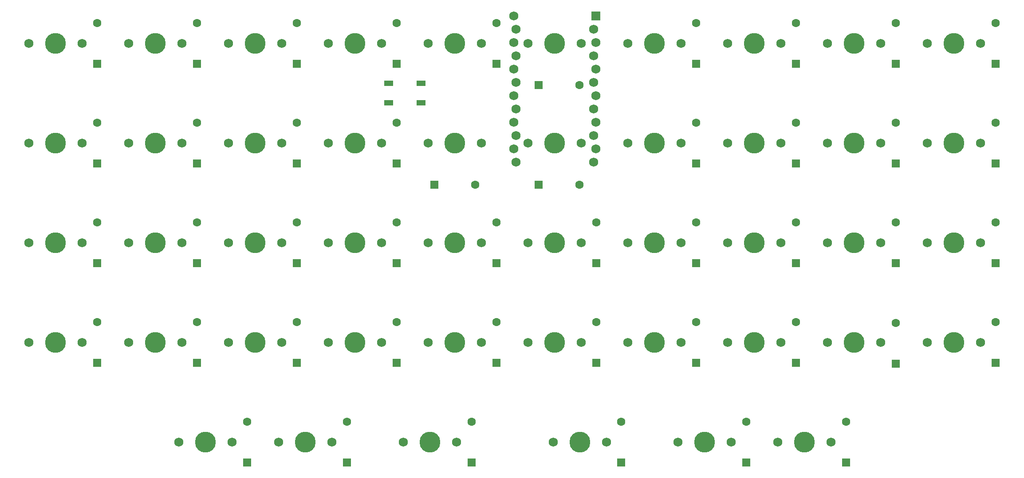
<source format=gts>
%TF.GenerationSoftware,KiCad,Pcbnew,(5.1.12)-1*%
%TF.CreationDate,2021-12-31T17:23:32-05:00*%
%TF.ProjectId,my-keeb-pro-micro,6d792d6b-6565-4622-9d70-726f2d6d6963,rev?*%
%TF.SameCoordinates,Original*%
%TF.FileFunction,Soldermask,Top*%
%TF.FilePolarity,Negative*%
%FSLAX46Y46*%
G04 Gerber Fmt 4.6, Leading zero omitted, Abs format (unit mm)*
G04 Created by KiCad (PCBNEW (5.1.12)-1) date 2021-12-31 17:23:32*
%MOMM*%
%LPD*%
G01*
G04 APERTURE LIST*
%ADD10C,3.987800*%
%ADD11C,1.750000*%
%ADD12R,1.752600X1.752600*%
%ADD13C,1.752600*%
%ADD14R,1.800000X1.100000*%
%ADD15R,1.600000X1.600000*%
%ADD16C,1.600000*%
G04 APERTURE END LIST*
D10*
%TO.C,MX25*%
X117475000Y-41275000D03*
D11*
X112395000Y-41275000D03*
X122555000Y-41275000D03*
%TD*%
D10*
%TO.C,MX28*%
X122237500Y-98425000D03*
D11*
X117157500Y-98425000D03*
X127317500Y-98425000D03*
%TD*%
D12*
%TO.C,U1*%
X125323600Y-16986250D03*
D13*
X124866400Y-19526250D03*
X125323600Y-22066250D03*
X124866400Y-24606250D03*
X125323600Y-27146250D03*
X124866400Y-29686250D03*
X125323600Y-32226250D03*
X124866400Y-34766250D03*
X125323600Y-37306250D03*
X124866400Y-39846250D03*
X125323600Y-42386250D03*
X110083600Y-44926250D03*
X109626400Y-42386250D03*
X110083600Y-39846250D03*
X109626400Y-37306250D03*
X110083600Y-34766250D03*
X109626400Y-32226250D03*
X110083600Y-29686250D03*
X109626400Y-27146250D03*
X110083600Y-24606250D03*
X109626400Y-22066250D03*
X110083600Y-19526250D03*
X124866400Y-44926250D03*
X109626400Y-16986250D03*
%TD*%
D14*
%TO.C,SW1*%
X92000000Y-33600000D03*
X85800000Y-29900000D03*
X92000000Y-29900000D03*
X85800000Y-33600000D03*
%TD*%
D10*
%TO.C,MX46*%
X193675000Y-79375000D03*
D11*
X188595000Y-79375000D03*
X198755000Y-79375000D03*
%TD*%
D10*
%TO.C,MX45*%
X193675000Y-60325000D03*
D11*
X188595000Y-60325000D03*
X198755000Y-60325000D03*
%TD*%
D10*
%TO.C,MX44*%
X193675000Y-41275000D03*
D11*
X188595000Y-41275000D03*
X198755000Y-41275000D03*
%TD*%
D10*
%TO.C,MX43*%
X193675000Y-22225000D03*
D11*
X188595000Y-22225000D03*
X198755000Y-22225000D03*
%TD*%
D10*
%TO.C,MX42*%
X174625000Y-79375000D03*
D11*
X169545000Y-79375000D03*
X179705000Y-79375000D03*
%TD*%
D10*
%TO.C,MX41*%
X174625000Y-60325000D03*
D11*
X169545000Y-60325000D03*
X179705000Y-60325000D03*
%TD*%
D10*
%TO.C,MX40*%
X174625000Y-41275000D03*
D11*
X169545000Y-41275000D03*
X179705000Y-41275000D03*
%TD*%
D10*
%TO.C,MX39*%
X174625000Y-22225000D03*
D11*
X169545000Y-22225000D03*
X179705000Y-22225000D03*
%TD*%
D10*
%TO.C,MX38*%
X165100000Y-98425000D03*
D11*
X160020000Y-98425000D03*
X170180000Y-98425000D03*
%TD*%
D10*
%TO.C,MX37*%
X155575000Y-79375000D03*
D11*
X150495000Y-79375000D03*
X160655000Y-79375000D03*
%TD*%
D10*
%TO.C,MX36*%
X155575000Y-60325000D03*
D11*
X150495000Y-60325000D03*
X160655000Y-60325000D03*
%TD*%
D10*
%TO.C,MX35*%
X155575000Y-41275000D03*
D11*
X150495000Y-41275000D03*
X160655000Y-41275000D03*
%TD*%
D10*
%TO.C,MX34*%
X155575000Y-22225000D03*
D11*
X150495000Y-22225000D03*
X160655000Y-22225000D03*
%TD*%
D10*
%TO.C,MX33*%
X146050000Y-98425000D03*
D11*
X140970000Y-98425000D03*
X151130000Y-98425000D03*
%TD*%
D10*
%TO.C,MX32*%
X136525000Y-79375000D03*
D11*
X131445000Y-79375000D03*
X141605000Y-79375000D03*
%TD*%
D10*
%TO.C,MX31*%
X136525000Y-60325000D03*
D11*
X131445000Y-60325000D03*
X141605000Y-60325000D03*
%TD*%
D10*
%TO.C,MX30*%
X136525000Y-41275000D03*
D11*
X131445000Y-41275000D03*
X141605000Y-41275000D03*
%TD*%
D10*
%TO.C,MX29*%
X136525000Y-22225000D03*
D11*
X131445000Y-22225000D03*
X141605000Y-22225000D03*
%TD*%
D10*
%TO.C,MX27*%
X117475000Y-79375000D03*
D11*
X112395000Y-79375000D03*
X122555000Y-79375000D03*
%TD*%
D10*
%TO.C,MX26*%
X117475000Y-60325000D03*
D11*
X112395000Y-60325000D03*
X122555000Y-60325000D03*
%TD*%
D10*
%TO.C,MX24*%
X117475000Y-22225000D03*
D11*
X112395000Y-22225000D03*
X122555000Y-22225000D03*
%TD*%
D10*
%TO.C,MX23*%
X93662500Y-98425000D03*
D11*
X88582500Y-98425000D03*
X98742500Y-98425000D03*
%TD*%
D10*
%TO.C,MX22*%
X98425000Y-79375000D03*
D11*
X93345000Y-79375000D03*
X103505000Y-79375000D03*
%TD*%
D10*
%TO.C,MX21*%
X98425000Y-60325000D03*
D11*
X93345000Y-60325000D03*
X103505000Y-60325000D03*
%TD*%
D10*
%TO.C,MX20*%
X98425000Y-41275000D03*
D11*
X93345000Y-41275000D03*
X103505000Y-41275000D03*
%TD*%
D10*
%TO.C,MX19*%
X98425000Y-22225000D03*
D11*
X93345000Y-22225000D03*
X103505000Y-22225000D03*
%TD*%
D10*
%TO.C,MX18*%
X69850000Y-98425000D03*
D11*
X64770000Y-98425000D03*
X74930000Y-98425000D03*
%TD*%
D10*
%TO.C,MX17*%
X79375000Y-79375000D03*
D11*
X74295000Y-79375000D03*
X84455000Y-79375000D03*
%TD*%
D10*
%TO.C,MX16*%
X79375000Y-60325000D03*
D11*
X74295000Y-60325000D03*
X84455000Y-60325000D03*
%TD*%
D10*
%TO.C,MX15*%
X79375000Y-41275000D03*
D11*
X74295000Y-41275000D03*
X84455000Y-41275000D03*
%TD*%
D10*
%TO.C,MX14*%
X79375000Y-22225000D03*
D11*
X74295000Y-22225000D03*
X84455000Y-22225000D03*
%TD*%
D10*
%TO.C,MX13*%
X50800000Y-98425000D03*
D11*
X45720000Y-98425000D03*
X55880000Y-98425000D03*
%TD*%
D10*
%TO.C,MX12*%
X60325000Y-79375000D03*
D11*
X55245000Y-79375000D03*
X65405000Y-79375000D03*
%TD*%
D10*
%TO.C,MX11*%
X60325000Y-60325000D03*
D11*
X55245000Y-60325000D03*
X65405000Y-60325000D03*
%TD*%
D10*
%TO.C,MX10*%
X60325000Y-41275000D03*
D11*
X55245000Y-41275000D03*
X65405000Y-41275000D03*
%TD*%
D10*
%TO.C,MX9*%
X60325000Y-22225000D03*
D11*
X55245000Y-22225000D03*
X65405000Y-22225000D03*
%TD*%
D10*
%TO.C,MX8*%
X41275000Y-79375000D03*
D11*
X36195000Y-79375000D03*
X46355000Y-79375000D03*
%TD*%
D10*
%TO.C,MX7*%
X41275000Y-60325000D03*
D11*
X36195000Y-60325000D03*
X46355000Y-60325000D03*
%TD*%
D10*
%TO.C,MX6*%
X41275000Y-41275000D03*
D11*
X36195000Y-41275000D03*
X46355000Y-41275000D03*
%TD*%
D10*
%TO.C,MX5*%
X41275000Y-22225000D03*
D11*
X36195000Y-22225000D03*
X46355000Y-22225000D03*
%TD*%
D10*
%TO.C,MX4*%
X22225000Y-79375000D03*
D11*
X17145000Y-79375000D03*
X27305000Y-79375000D03*
%TD*%
D10*
%TO.C,MX3*%
X22225000Y-60325000D03*
D11*
X17145000Y-60325000D03*
X27305000Y-60325000D03*
%TD*%
D10*
%TO.C,MX2*%
X22225000Y-41275000D03*
D11*
X17145000Y-41275000D03*
X27305000Y-41275000D03*
%TD*%
D10*
%TO.C,MX1*%
X22225000Y-22225000D03*
D11*
X17145000Y-22225000D03*
X27305000Y-22225000D03*
%TD*%
D15*
%TO.C,D46*%
X201612500Y-83275000D03*
D16*
X201612500Y-75475000D03*
%TD*%
D15*
%TO.C,D45*%
X201612500Y-64225000D03*
D16*
X201612500Y-56425000D03*
%TD*%
D15*
%TO.C,D44*%
X201612500Y-45175000D03*
D16*
X201612500Y-37375000D03*
%TD*%
D15*
%TO.C,D43*%
X201612500Y-26125000D03*
D16*
X201612500Y-18325000D03*
%TD*%
D15*
%TO.C,D42*%
X182562500Y-83462500D03*
D16*
X182562500Y-75662500D03*
%TD*%
D15*
%TO.C,D41*%
X182562500Y-64225000D03*
D16*
X182562500Y-56425000D03*
%TD*%
D15*
%TO.C,D40*%
X182562500Y-45175000D03*
D16*
X182562500Y-37375000D03*
%TD*%
D15*
%TO.C,D39*%
X182562500Y-26125000D03*
D16*
X182562500Y-18325000D03*
%TD*%
D15*
%TO.C,D38*%
X173037500Y-102325000D03*
D16*
X173037500Y-94525000D03*
%TD*%
D15*
%TO.C,D37*%
X163512500Y-83275000D03*
D16*
X163512500Y-75475000D03*
%TD*%
D15*
%TO.C,D36*%
X163512500Y-64225000D03*
D16*
X163512500Y-56425000D03*
%TD*%
D15*
%TO.C,D35*%
X163512500Y-45175000D03*
D16*
X163512500Y-37375000D03*
%TD*%
D15*
%TO.C,D34*%
X163512500Y-26125000D03*
D16*
X163512500Y-18325000D03*
%TD*%
D15*
%TO.C,D33*%
X153987500Y-102325000D03*
D16*
X153987500Y-94525000D03*
%TD*%
D15*
%TO.C,D32*%
X144462500Y-83275000D03*
D16*
X144462500Y-75475000D03*
%TD*%
D15*
%TO.C,D31*%
X144462500Y-64225000D03*
D16*
X144462500Y-56425000D03*
%TD*%
D15*
%TO.C,D30*%
X144462500Y-45175000D03*
D16*
X144462500Y-37375000D03*
%TD*%
D15*
%TO.C,D29*%
X144462500Y-26125000D03*
D16*
X144462500Y-18325000D03*
%TD*%
D15*
%TO.C,D28*%
X130175000Y-102325000D03*
D16*
X130175000Y-94525000D03*
%TD*%
D15*
%TO.C,D27*%
X125412500Y-83275000D03*
D16*
X125412500Y-75475000D03*
%TD*%
D15*
%TO.C,D26*%
X125412500Y-64225000D03*
D16*
X125412500Y-56425000D03*
%TD*%
D15*
%TO.C,D25*%
X114368750Y-49212500D03*
D16*
X122168750Y-49212500D03*
%TD*%
D15*
%TO.C,D24*%
X114368750Y-30162500D03*
D16*
X122168750Y-30162500D03*
%TD*%
D15*
%TO.C,D23*%
X101600000Y-102325000D03*
D16*
X101600000Y-94525000D03*
%TD*%
D15*
%TO.C,D22*%
X106362500Y-83275000D03*
D16*
X106362500Y-75475000D03*
%TD*%
D15*
%TO.C,D21*%
X106362500Y-64225000D03*
D16*
X106362500Y-56425000D03*
%TD*%
D15*
%TO.C,D20*%
X94525000Y-49212500D03*
D16*
X102325000Y-49212500D03*
%TD*%
D15*
%TO.C,D19*%
X106362500Y-26125000D03*
D16*
X106362500Y-18325000D03*
%TD*%
D15*
%TO.C,D18*%
X77787500Y-102325000D03*
D16*
X77787500Y-94525000D03*
%TD*%
D15*
%TO.C,D17*%
X87312500Y-83275000D03*
D16*
X87312500Y-75475000D03*
%TD*%
D15*
%TO.C,D16*%
X87312500Y-64225000D03*
D16*
X87312500Y-56425000D03*
%TD*%
D15*
%TO.C,D15*%
X87312500Y-45175000D03*
D16*
X87312500Y-37375000D03*
%TD*%
D15*
%TO.C,D14*%
X87312500Y-26125000D03*
D16*
X87312500Y-18325000D03*
%TD*%
D15*
%TO.C,D13*%
X58737500Y-102325000D03*
D16*
X58737500Y-94525000D03*
%TD*%
D15*
%TO.C,D12*%
X68262500Y-83275000D03*
D16*
X68262500Y-75475000D03*
%TD*%
D15*
%TO.C,D11*%
X68262500Y-64225000D03*
D16*
X68262500Y-56425000D03*
%TD*%
D15*
%TO.C,D10*%
X68262500Y-45175000D03*
D16*
X68262500Y-37375000D03*
%TD*%
D15*
%TO.C,D9*%
X68262500Y-26125000D03*
D16*
X68262500Y-18325000D03*
%TD*%
D15*
%TO.C,D8*%
X49212500Y-83275000D03*
D16*
X49212500Y-75475000D03*
%TD*%
D15*
%TO.C,D7*%
X49212500Y-64225000D03*
D16*
X49212500Y-56425000D03*
%TD*%
D15*
%TO.C,D6*%
X49212500Y-45175000D03*
D16*
X49212500Y-37375000D03*
%TD*%
D15*
%TO.C,D5*%
X49212500Y-26125000D03*
D16*
X49212500Y-18325000D03*
%TD*%
D15*
%TO.C,D4*%
X30162500Y-83275000D03*
D16*
X30162500Y-75475000D03*
%TD*%
D15*
%TO.C,D3*%
X30162500Y-64225000D03*
D16*
X30162500Y-56425000D03*
%TD*%
D15*
%TO.C,D2*%
X30162500Y-45175000D03*
D16*
X30162500Y-37375000D03*
%TD*%
D15*
%TO.C,D1*%
X30162500Y-26125000D03*
D16*
X30162500Y-18325000D03*
%TD*%
M02*

</source>
